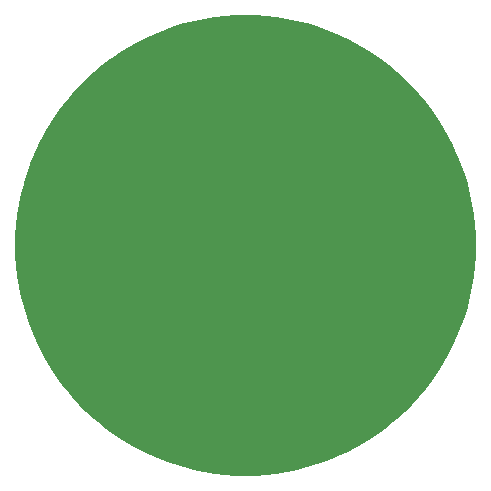
<source format=gtl>
%TF.GenerationSoftware,KiCad,Pcbnew,8.0.7*%
%TF.CreationDate,2024-12-04T21:27:37-06:00*%
%TF.ProjectId,b3,62332e6b-6963-4616-945f-706362585858,rev?*%
%TF.SameCoordinates,Original*%
%TF.FileFunction,Copper,L1,Top*%
%TF.FilePolarity,Positive*%
%FSLAX46Y46*%
G04 Gerber Fmt 4.6, Leading zero omitted, Abs format (unit mm)*
G04 Created by KiCad (PCBNEW 8.0.7) date 2024-12-04 21:27:37*
%MOMM*%
%LPD*%
G01*
G04 APERTURE LIST*
%TA.AperFunction,ComponentPad*%
%ADD10C,0.600000*%
%TD*%
G04 APERTURE END LIST*
D10*
%TO.P,T51,1*%
%TO.N,GND*%
X133978530Y-40750000D03*
%TD*%
%TO.P,T43,1*%
%TO.N,GND*%
X166021469Y-40750000D03*
%TD*%
%TO.P,T50,1*%
%TO.N,GND*%
X131500000Y-50000000D03*
%TD*%
%TO.P,T48,1*%
%TO.N,GND*%
X140500000Y-66021469D03*
%TD*%
%TO.P,T44,1*%
%TO.N,GND*%
X168500000Y-50000000D03*
%TD*%
%TO.P,T45,1*%
%TO.N,GND*%
X166021469Y-59250000D03*
%TD*%
%TO.P,T46,1*%
%TO.N,GND*%
X159500000Y-66021469D03*
%TD*%
%TO.P,T52,1*%
%TO.N,GND*%
X140750000Y-33978530D03*
%TD*%
%TO.P,T49,1*%
%TO.N,GND*%
X133978530Y-59250000D03*
%TD*%
%TO.P,T42,1*%
%TO.N,GND*%
X159250000Y-33978530D03*
%TD*%
%TA.AperFunction,Conductor*%
%TO.N,GND*%
G36*
X150872098Y-30520073D02*
G01*
X150877594Y-30520320D01*
X151745187Y-30578814D01*
X151750651Y-30579306D01*
X152614743Y-30676666D01*
X152620207Y-30677406D01*
X153479039Y-30813432D01*
X153484454Y-30814414D01*
X154336342Y-30988839D01*
X154341762Y-30990077D01*
X155184878Y-31202524D01*
X155190242Y-31204004D01*
X156023020Y-31454075D01*
X156028288Y-31455787D01*
X156849026Y-31742977D01*
X156854235Y-31744932D01*
X157661206Y-32068631D01*
X157666323Y-32070818D01*
X157713875Y-32092417D01*
X158457990Y-32430410D01*
X158462965Y-32432806D01*
X158696552Y-32551824D01*
X159237725Y-32827565D01*
X159242625Y-32830202D01*
X159998856Y-33259303D01*
X160003633Y-33262157D01*
X160739867Y-33724763D01*
X160744511Y-33727829D01*
X161459232Y-34222989D01*
X161463734Y-34226260D01*
X162155513Y-34752982D01*
X162159864Y-34756451D01*
X162827343Y-35313702D01*
X162831533Y-35317363D01*
X163473328Y-35903990D01*
X163477350Y-35907836D01*
X164092163Y-36522649D01*
X164096009Y-36526671D01*
X164682636Y-37168466D01*
X164686297Y-37172656D01*
X165243548Y-37840135D01*
X165247017Y-37844486D01*
X165773739Y-38536265D01*
X165777010Y-38540767D01*
X166272170Y-39255488D01*
X166275236Y-39260132D01*
X166737842Y-39996366D01*
X166740696Y-40001143D01*
X167169797Y-40757374D01*
X167172434Y-40762274D01*
X167567184Y-41537015D01*
X167569598Y-41542029D01*
X167929181Y-42333676D01*
X167931368Y-42338793D01*
X168255067Y-43145764D01*
X168257022Y-43150973D01*
X168544212Y-43971711D01*
X168545932Y-43977004D01*
X168795995Y-44809757D01*
X168797475Y-44815121D01*
X169009922Y-45658237D01*
X169011161Y-45663662D01*
X169185579Y-46515515D01*
X169186572Y-46520990D01*
X169322589Y-47379767D01*
X169323336Y-47385281D01*
X169420689Y-48249309D01*
X169421188Y-48254852D01*
X169479677Y-49122373D01*
X169479927Y-49127932D01*
X169499437Y-49997218D01*
X169499437Y-50002782D01*
X169479927Y-50872067D01*
X169479677Y-50877626D01*
X169421188Y-51745147D01*
X169420689Y-51750690D01*
X169323336Y-52614718D01*
X169322589Y-52620232D01*
X169186572Y-53479009D01*
X169185579Y-53484484D01*
X169011161Y-54336337D01*
X169009922Y-54341762D01*
X168797475Y-55184878D01*
X168795995Y-55190242D01*
X168545932Y-56022995D01*
X168544212Y-56028288D01*
X168257022Y-56849026D01*
X168255067Y-56854235D01*
X167931368Y-57661206D01*
X167929181Y-57666323D01*
X167569598Y-58457970D01*
X167567184Y-58462984D01*
X167172434Y-59237725D01*
X167169797Y-59242625D01*
X166740696Y-59998856D01*
X166737842Y-60003633D01*
X166275236Y-60739867D01*
X166272170Y-60744511D01*
X165777010Y-61459232D01*
X165773739Y-61463734D01*
X165247017Y-62155513D01*
X165243548Y-62159864D01*
X164686297Y-62827343D01*
X164682636Y-62831533D01*
X164096009Y-63473328D01*
X164092163Y-63477350D01*
X163477350Y-64092163D01*
X163473328Y-64096009D01*
X162831533Y-64682636D01*
X162827343Y-64686297D01*
X162159864Y-65243548D01*
X162155513Y-65247017D01*
X161463734Y-65773739D01*
X161459232Y-65777010D01*
X160744511Y-66272170D01*
X160739867Y-66275236D01*
X160003633Y-66737842D01*
X159998856Y-66740696D01*
X159242625Y-67169797D01*
X159237725Y-67172434D01*
X158462984Y-67567184D01*
X158457970Y-67569598D01*
X157666323Y-67929181D01*
X157661206Y-67931368D01*
X156854235Y-68255067D01*
X156849026Y-68257022D01*
X156028288Y-68544212D01*
X156022995Y-68545932D01*
X155190242Y-68795995D01*
X155184878Y-68797475D01*
X154341762Y-69009922D01*
X154336337Y-69011161D01*
X153484484Y-69185579D01*
X153479009Y-69186572D01*
X152620232Y-69322589D01*
X152614718Y-69323336D01*
X151750690Y-69420689D01*
X151745147Y-69421188D01*
X150877626Y-69479677D01*
X150872067Y-69479927D01*
X150002782Y-69499437D01*
X149997218Y-69499437D01*
X149127932Y-69479927D01*
X149122373Y-69479677D01*
X148254852Y-69421188D01*
X148249309Y-69420689D01*
X147385281Y-69323336D01*
X147379767Y-69322589D01*
X146520990Y-69186572D01*
X146515515Y-69185579D01*
X145663662Y-69011161D01*
X145658237Y-69009922D01*
X144815121Y-68797475D01*
X144809757Y-68795995D01*
X143977004Y-68545932D01*
X143971711Y-68544212D01*
X143150973Y-68257022D01*
X143145764Y-68255067D01*
X142338793Y-67931368D01*
X142333676Y-67929181D01*
X141542029Y-67569598D01*
X141537015Y-67567184D01*
X140762274Y-67172434D01*
X140757374Y-67169797D01*
X140001143Y-66740696D01*
X139996366Y-66737842D01*
X139260132Y-66275236D01*
X139255488Y-66272170D01*
X138540767Y-65777010D01*
X138536265Y-65773739D01*
X137844486Y-65247017D01*
X137840135Y-65243548D01*
X137172656Y-64686297D01*
X137168466Y-64682636D01*
X136526671Y-64096009D01*
X136522649Y-64092163D01*
X135907836Y-63477350D01*
X135903990Y-63473328D01*
X135317363Y-62831533D01*
X135313702Y-62827343D01*
X134756451Y-62159864D01*
X134752982Y-62155513D01*
X134226260Y-61463734D01*
X134222989Y-61459232D01*
X133727829Y-60744511D01*
X133724763Y-60739867D01*
X133262157Y-60003633D01*
X133259303Y-59998856D01*
X132830202Y-59242625D01*
X132827565Y-59237725D01*
X132594369Y-58780052D01*
X132432806Y-58462965D01*
X132430410Y-58457990D01*
X132070818Y-57666323D01*
X132068631Y-57661206D01*
X131744932Y-56854235D01*
X131742977Y-56849026D01*
X131455787Y-56028288D01*
X131454075Y-56023020D01*
X131204004Y-55190242D01*
X131202524Y-55184878D01*
X130990077Y-54341762D01*
X130988838Y-54336337D01*
X130840197Y-53610376D01*
X130814414Y-53484454D01*
X130813432Y-53479039D01*
X130677406Y-52620207D01*
X130676666Y-52614743D01*
X130579306Y-51750651D01*
X130578814Y-51745187D01*
X130520320Y-50877594D01*
X130520073Y-50872098D01*
X130500562Y-50002762D01*
X130500562Y-49997218D01*
X130520073Y-49127899D01*
X130520320Y-49122407D01*
X130578814Y-48254808D01*
X130579306Y-48249352D01*
X130676667Y-47385250D01*
X130677405Y-47379798D01*
X130813433Y-46520952D01*
X130814413Y-46515553D01*
X130988841Y-45663648D01*
X130990077Y-45658237D01*
X131202524Y-44815121D01*
X131204004Y-44809757D01*
X131261050Y-44619784D01*
X131454079Y-43976966D01*
X131455787Y-43971711D01*
X131742977Y-43150973D01*
X131744932Y-43145764D01*
X131846704Y-42892051D01*
X132068632Y-42338789D01*
X132070818Y-42333676D01*
X132200480Y-42048216D01*
X132430418Y-41541992D01*
X132432797Y-41537051D01*
X132827572Y-40762259D01*
X132830202Y-40757374D01*
X133027953Y-40408866D01*
X133259317Y-40001119D01*
X133262142Y-39996390D01*
X133724776Y-39260111D01*
X133727815Y-39255508D01*
X134222994Y-38540759D01*
X134226260Y-38536265D01*
X134562669Y-38094437D01*
X134753001Y-37844461D01*
X134756431Y-37840159D01*
X135313726Y-37172628D01*
X135317339Y-37168493D01*
X135904011Y-36526648D01*
X135907814Y-36522671D01*
X136522671Y-35907814D01*
X136526648Y-35904011D01*
X137168493Y-35317339D01*
X137172628Y-35313726D01*
X137840159Y-34756431D01*
X137844461Y-34753001D01*
X138536272Y-34226254D01*
X138540767Y-34222989D01*
X138673476Y-34131048D01*
X139255508Y-33727815D01*
X139260111Y-33724776D01*
X139996390Y-33262142D01*
X140001119Y-33259317D01*
X140757388Y-32830194D01*
X140762259Y-32827572D01*
X141537051Y-32432797D01*
X141541992Y-32430418D01*
X142333679Y-32070816D01*
X142338793Y-32068631D01*
X143145764Y-31744932D01*
X143150973Y-31742977D01*
X143971711Y-31455787D01*
X143976966Y-31454079D01*
X144809763Y-31204002D01*
X144815114Y-31202525D01*
X145658252Y-30990073D01*
X145663648Y-30988841D01*
X146515553Y-30814413D01*
X146520952Y-30813433D01*
X147379798Y-30677405D01*
X147385250Y-30676667D01*
X148249352Y-30579306D01*
X148254808Y-30578814D01*
X149122407Y-30520320D01*
X149127899Y-30520073D01*
X149997238Y-30500562D01*
X150002762Y-30500562D01*
X150872098Y-30520073D01*
G37*
%TD.AperFunction*%
%TD*%
M02*

</source>
